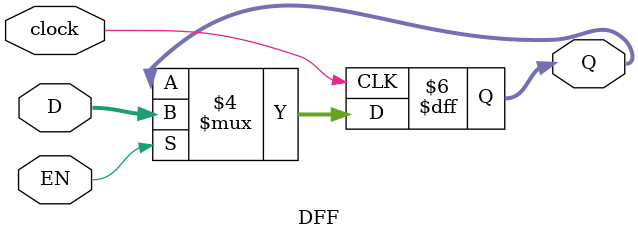
<source format=v>
module DFF(clock,D,Q,EN);
	input clock;   
	input EN;
	input [15:0]D;	  
	
		output reg [15:0]Q; 	
		initial
			Q=0;
		
			always @(posedge clock) // perform actions whenever the clock rises	  
				if(EN)
					Q = D;//Blocking assignment will do nothing here!!
endmodule
</source>
